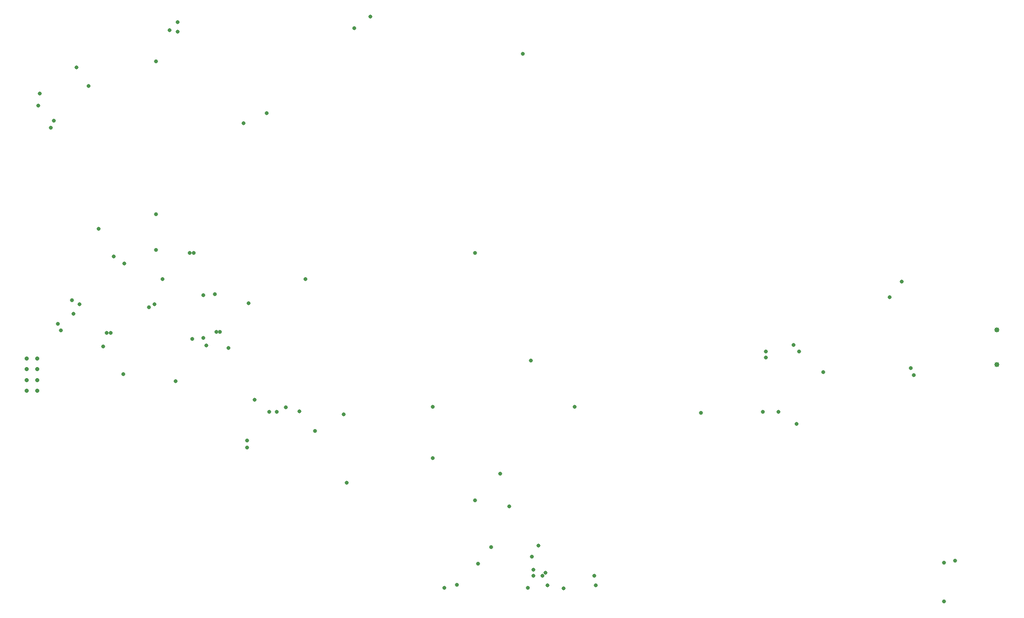
<source format=gbr>
G04 EAGLE Gerber RS-274X export*
G75*
%MOMM*%
%FSLAX34Y34*%
%LPD*%
%INSoldermask Bottom*%
%IPPOS*%
%AMOC8*
5,1,8,0,0,1.08239X$1,22.5*%
G01*
G04 Define Apertures*
%ADD10C,0.853200*%
%ADD11C,0.705600*%
%ADD12C,0.655600*%
D10*
X1713562Y513197D03*
X1713562Y570997D03*
D11*
X98572Y523049D03*
X80572Y523049D03*
X98572Y505049D03*
X80572Y505049D03*
X98572Y487049D03*
X80572Y487049D03*
X98572Y469049D03*
X80572Y469049D03*
D12*
X1319530Y433070D03*
X1346200Y433070D03*
X501650Y433070D03*
X488950Y433070D03*
X420370Y541020D03*
X138430Y570230D03*
X170180Y614680D03*
X335280Y1073150D03*
X321310Y1075690D03*
X295910Y614680D03*
X619760Y313690D03*
X157480Y621030D03*
X445770Y919480D03*
X614680Y429260D03*
X659130Y1098550D03*
X1215390Y431800D03*
X1371600Y546100D03*
X1421130Y500380D03*
X1553210Y652780D03*
X1573530Y495300D03*
X1643380Y182880D03*
X309880Y656590D03*
X549910Y656590D03*
X1532890Y626110D03*
X1568450Y506730D03*
X1624330Y179070D03*
X1624330Y114300D03*
X355600Y701040D03*
X929640Y519430D03*
X121920Y911860D03*
X165100Y1013460D03*
X840740Y177800D03*
X805180Y142240D03*
X397510Y631190D03*
X383540Y544830D03*
X452120Y384810D03*
X452120Y373380D03*
X133350Y581660D03*
X485140Y935990D03*
X298450Y1023620D03*
X378460Y629920D03*
X378460Y557530D03*
X102870Y969010D03*
X100330Y948690D03*
X245110Y683260D03*
X924560Y137160D03*
X783590Y137160D03*
X222250Y566420D03*
X287020Y609600D03*
X160020Y598170D03*
X127000Y923290D03*
X185420Y981710D03*
X933450Y157480D03*
X359410Y556260D03*
X454660Y615950D03*
X406400Y567690D03*
X209550Y543560D03*
X298450Y765810D03*
X915670Y1036320D03*
X877570Y328930D03*
X764540Y441960D03*
X764540Y355600D03*
X835660Y284480D03*
X930910Y189230D03*
X948690Y157480D03*
X1036320Y157480D03*
X243840Y496570D03*
X957580Y140970D03*
X1038860Y140970D03*
X215900Y566420D03*
X361950Y701040D03*
X835660Y701040D03*
X933450Y167640D03*
X566420Y401320D03*
X516890Y440690D03*
X331470Y485140D03*
X464820Y453390D03*
X1003300Y441960D03*
X539750Y434340D03*
X400050Y567690D03*
X632460Y1079500D03*
X335280Y1089660D03*
X201930Y741680D03*
X298450Y706120D03*
X1376680Y412750D03*
X953770Y162560D03*
X227330Y694690D03*
X1324610Y534670D03*
X1324610Y524510D03*
X1380490Y534670D03*
X892810Y274320D03*
X942340Y208280D03*
X984250Y135890D03*
X862330Y205740D03*
M02*

</source>
